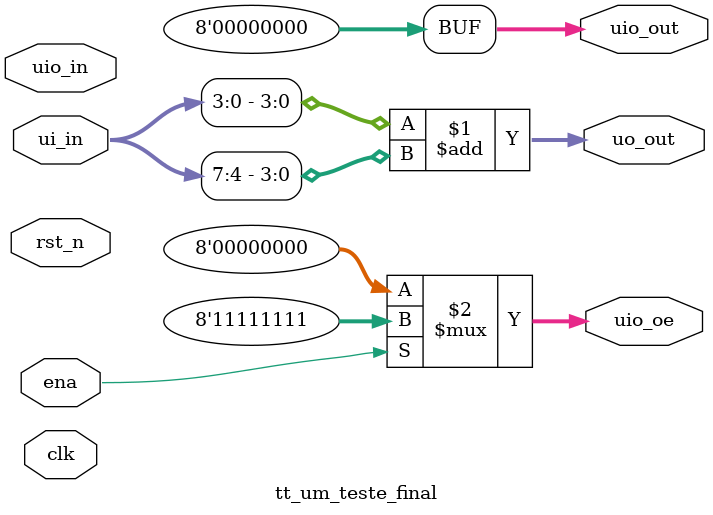
<source format=v>
/*
 * Copyright (c) 2024 Your Name
 * SPDX-License-Identifier: Apache-2.0
 */

`default_nettype none

module tt_um_teste_final (
    input  wire [7:0] ui_in,    // Dedicated inputs
    output wire [7:0] uo_out,   // Dedicated outputs
    input  wire [7:0] uio_in,   // IOs: Input path
    output wire [7:0] uio_out,  // IOs: Output path
    output wire [7:0] uio_oe,   // IOs: Enable path (active high: 0=input, 1=output)
    input  wire       ena,      // always 1 when the design is powered, so you can ignore it
    input  wire       clk,      // clock
    input  wire       rst_n     // reset_n - low to reset
);

assign uo_out = ui_in[3:0] + ui_in[7:4]; // Sum of the first 4 bits and the last 4 bits of ui_in
assign uio_out = 8'b0; // All outputs set to 0
assign uio_oe = ena ? 8'b11111111 : 8'b0; // Enable output path if ena is high

endmodule

</source>
